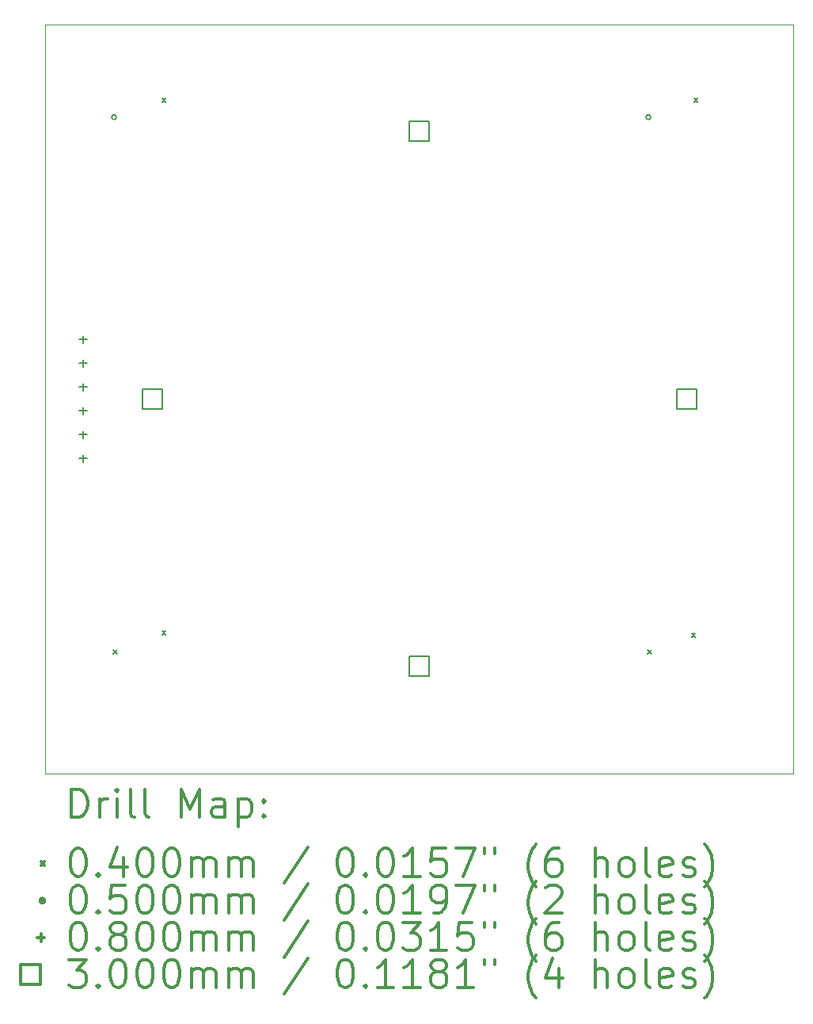
<source format=gbr>
%FSLAX45Y45*%
G04 Gerber Fmt 4.5, Leading zero omitted, Abs format (unit mm)*
G04 Created by KiCad (PCBNEW 5.1.10-88a1d61d58~88~ubuntu18.04.1) date 2021-09-30 10:19:48*
%MOMM*%
%LPD*%
G01*
G04 APERTURE LIST*
%TA.AperFunction,Profile*%
%ADD10C,0.100000*%
%TD*%
%ADD11C,0.200000*%
%ADD12C,0.300000*%
G04 APERTURE END LIST*
D10*
X10616200Y-5257800D02*
X10616200Y-13257800D01*
X2616200Y-5257800D02*
X10616200Y-5257800D01*
X2616200Y-13257800D02*
X2616200Y-5257800D01*
X10616200Y-13257800D02*
X2616200Y-13257800D01*
D11*
X3345500Y-11943400D02*
X3385500Y-11983400D01*
X3385500Y-11943400D02*
X3345500Y-11983400D01*
X3866200Y-6050600D02*
X3906200Y-6090600D01*
X3906200Y-6050600D02*
X3866200Y-6090600D01*
X3866200Y-11740200D02*
X3906200Y-11780200D01*
X3906200Y-11740200D02*
X3866200Y-11780200D01*
X9060500Y-11943400D02*
X9100500Y-11983400D01*
X9100500Y-11943400D02*
X9060500Y-11983400D01*
X9530400Y-11765600D02*
X9570400Y-11805600D01*
X9570400Y-11765600D02*
X9530400Y-11805600D01*
X9555800Y-6050600D02*
X9595800Y-6090600D01*
X9595800Y-6050600D02*
X9555800Y-6090600D01*
X3377800Y-6248400D02*
G75*
G03*
X3377800Y-6248400I-25000J0D01*
G01*
X9092800Y-6248400D02*
G75*
G03*
X9092800Y-6248400I-25000J0D01*
G01*
X3022600Y-8583300D02*
X3022600Y-8663300D01*
X2982600Y-8623300D02*
X3062600Y-8623300D01*
X3022600Y-8837300D02*
X3022600Y-8917300D01*
X2982600Y-8877300D02*
X3062600Y-8877300D01*
X3022600Y-9091300D02*
X3022600Y-9171300D01*
X2982600Y-9131300D02*
X3062600Y-9131300D01*
X3022600Y-9345300D02*
X3022600Y-9425300D01*
X2982600Y-9385300D02*
X3062600Y-9385300D01*
X3022600Y-9599300D02*
X3022600Y-9679300D01*
X2982600Y-9639300D02*
X3062600Y-9639300D01*
X3022600Y-9853300D02*
X3022600Y-9933300D01*
X2982600Y-9893300D02*
X3062600Y-9893300D01*
X3865267Y-9364367D02*
X3865267Y-9152233D01*
X3653133Y-9152233D01*
X3653133Y-9364367D01*
X3865267Y-9364367D01*
X6723767Y-6506867D02*
X6723767Y-6294733D01*
X6511633Y-6294733D01*
X6511633Y-6506867D01*
X6723767Y-6506867D01*
X6723767Y-12221867D02*
X6723767Y-12009733D01*
X6511633Y-12009733D01*
X6511633Y-12221867D01*
X6723767Y-12221867D01*
X9582267Y-9364367D02*
X9582267Y-9152233D01*
X9370133Y-9152233D01*
X9370133Y-9364367D01*
X9582267Y-9364367D01*
D12*
X2897628Y-13728514D02*
X2897628Y-13428514D01*
X2969057Y-13428514D01*
X3011914Y-13442800D01*
X3040486Y-13471371D01*
X3054771Y-13499943D01*
X3069057Y-13557086D01*
X3069057Y-13599943D01*
X3054771Y-13657086D01*
X3040486Y-13685657D01*
X3011914Y-13714229D01*
X2969057Y-13728514D01*
X2897628Y-13728514D01*
X3197628Y-13728514D02*
X3197628Y-13528514D01*
X3197628Y-13585657D02*
X3211914Y-13557086D01*
X3226200Y-13542800D01*
X3254771Y-13528514D01*
X3283343Y-13528514D01*
X3383343Y-13728514D02*
X3383343Y-13528514D01*
X3383343Y-13428514D02*
X3369057Y-13442800D01*
X3383343Y-13457086D01*
X3397628Y-13442800D01*
X3383343Y-13428514D01*
X3383343Y-13457086D01*
X3569057Y-13728514D02*
X3540486Y-13714229D01*
X3526200Y-13685657D01*
X3526200Y-13428514D01*
X3726200Y-13728514D02*
X3697628Y-13714229D01*
X3683343Y-13685657D01*
X3683343Y-13428514D01*
X4069057Y-13728514D02*
X4069057Y-13428514D01*
X4169057Y-13642800D01*
X4269057Y-13428514D01*
X4269057Y-13728514D01*
X4540486Y-13728514D02*
X4540486Y-13571371D01*
X4526200Y-13542800D01*
X4497628Y-13528514D01*
X4440486Y-13528514D01*
X4411914Y-13542800D01*
X4540486Y-13714229D02*
X4511914Y-13728514D01*
X4440486Y-13728514D01*
X4411914Y-13714229D01*
X4397628Y-13685657D01*
X4397628Y-13657086D01*
X4411914Y-13628514D01*
X4440486Y-13614229D01*
X4511914Y-13614229D01*
X4540486Y-13599943D01*
X4683343Y-13528514D02*
X4683343Y-13828514D01*
X4683343Y-13542800D02*
X4711914Y-13528514D01*
X4769057Y-13528514D01*
X4797628Y-13542800D01*
X4811914Y-13557086D01*
X4826200Y-13585657D01*
X4826200Y-13671371D01*
X4811914Y-13699943D01*
X4797628Y-13714229D01*
X4769057Y-13728514D01*
X4711914Y-13728514D01*
X4683343Y-13714229D01*
X4954771Y-13699943D02*
X4969057Y-13714229D01*
X4954771Y-13728514D01*
X4940486Y-13714229D01*
X4954771Y-13699943D01*
X4954771Y-13728514D01*
X4954771Y-13542800D02*
X4969057Y-13557086D01*
X4954771Y-13571371D01*
X4940486Y-13557086D01*
X4954771Y-13542800D01*
X4954771Y-13571371D01*
X2571200Y-14202800D02*
X2611200Y-14242800D01*
X2611200Y-14202800D02*
X2571200Y-14242800D01*
X2954771Y-14058514D02*
X2983343Y-14058514D01*
X3011914Y-14072800D01*
X3026200Y-14087086D01*
X3040486Y-14115657D01*
X3054771Y-14172800D01*
X3054771Y-14244229D01*
X3040486Y-14301371D01*
X3026200Y-14329943D01*
X3011914Y-14344229D01*
X2983343Y-14358514D01*
X2954771Y-14358514D01*
X2926200Y-14344229D01*
X2911914Y-14329943D01*
X2897628Y-14301371D01*
X2883343Y-14244229D01*
X2883343Y-14172800D01*
X2897628Y-14115657D01*
X2911914Y-14087086D01*
X2926200Y-14072800D01*
X2954771Y-14058514D01*
X3183343Y-14329943D02*
X3197628Y-14344229D01*
X3183343Y-14358514D01*
X3169057Y-14344229D01*
X3183343Y-14329943D01*
X3183343Y-14358514D01*
X3454771Y-14158514D02*
X3454771Y-14358514D01*
X3383343Y-14044229D02*
X3311914Y-14258514D01*
X3497628Y-14258514D01*
X3669057Y-14058514D02*
X3697628Y-14058514D01*
X3726200Y-14072800D01*
X3740486Y-14087086D01*
X3754771Y-14115657D01*
X3769057Y-14172800D01*
X3769057Y-14244229D01*
X3754771Y-14301371D01*
X3740486Y-14329943D01*
X3726200Y-14344229D01*
X3697628Y-14358514D01*
X3669057Y-14358514D01*
X3640486Y-14344229D01*
X3626200Y-14329943D01*
X3611914Y-14301371D01*
X3597628Y-14244229D01*
X3597628Y-14172800D01*
X3611914Y-14115657D01*
X3626200Y-14087086D01*
X3640486Y-14072800D01*
X3669057Y-14058514D01*
X3954771Y-14058514D02*
X3983343Y-14058514D01*
X4011914Y-14072800D01*
X4026200Y-14087086D01*
X4040486Y-14115657D01*
X4054771Y-14172800D01*
X4054771Y-14244229D01*
X4040486Y-14301371D01*
X4026200Y-14329943D01*
X4011914Y-14344229D01*
X3983343Y-14358514D01*
X3954771Y-14358514D01*
X3926200Y-14344229D01*
X3911914Y-14329943D01*
X3897628Y-14301371D01*
X3883343Y-14244229D01*
X3883343Y-14172800D01*
X3897628Y-14115657D01*
X3911914Y-14087086D01*
X3926200Y-14072800D01*
X3954771Y-14058514D01*
X4183343Y-14358514D02*
X4183343Y-14158514D01*
X4183343Y-14187086D02*
X4197628Y-14172800D01*
X4226200Y-14158514D01*
X4269057Y-14158514D01*
X4297628Y-14172800D01*
X4311914Y-14201371D01*
X4311914Y-14358514D01*
X4311914Y-14201371D02*
X4326200Y-14172800D01*
X4354771Y-14158514D01*
X4397628Y-14158514D01*
X4426200Y-14172800D01*
X4440486Y-14201371D01*
X4440486Y-14358514D01*
X4583343Y-14358514D02*
X4583343Y-14158514D01*
X4583343Y-14187086D02*
X4597628Y-14172800D01*
X4626200Y-14158514D01*
X4669057Y-14158514D01*
X4697628Y-14172800D01*
X4711914Y-14201371D01*
X4711914Y-14358514D01*
X4711914Y-14201371D02*
X4726200Y-14172800D01*
X4754771Y-14158514D01*
X4797628Y-14158514D01*
X4826200Y-14172800D01*
X4840486Y-14201371D01*
X4840486Y-14358514D01*
X5426200Y-14044229D02*
X5169057Y-14429943D01*
X5811914Y-14058514D02*
X5840486Y-14058514D01*
X5869057Y-14072800D01*
X5883343Y-14087086D01*
X5897628Y-14115657D01*
X5911914Y-14172800D01*
X5911914Y-14244229D01*
X5897628Y-14301371D01*
X5883343Y-14329943D01*
X5869057Y-14344229D01*
X5840486Y-14358514D01*
X5811914Y-14358514D01*
X5783343Y-14344229D01*
X5769057Y-14329943D01*
X5754771Y-14301371D01*
X5740486Y-14244229D01*
X5740486Y-14172800D01*
X5754771Y-14115657D01*
X5769057Y-14087086D01*
X5783343Y-14072800D01*
X5811914Y-14058514D01*
X6040486Y-14329943D02*
X6054771Y-14344229D01*
X6040486Y-14358514D01*
X6026200Y-14344229D01*
X6040486Y-14329943D01*
X6040486Y-14358514D01*
X6240486Y-14058514D02*
X6269057Y-14058514D01*
X6297628Y-14072800D01*
X6311914Y-14087086D01*
X6326200Y-14115657D01*
X6340486Y-14172800D01*
X6340486Y-14244229D01*
X6326200Y-14301371D01*
X6311914Y-14329943D01*
X6297628Y-14344229D01*
X6269057Y-14358514D01*
X6240486Y-14358514D01*
X6211914Y-14344229D01*
X6197628Y-14329943D01*
X6183343Y-14301371D01*
X6169057Y-14244229D01*
X6169057Y-14172800D01*
X6183343Y-14115657D01*
X6197628Y-14087086D01*
X6211914Y-14072800D01*
X6240486Y-14058514D01*
X6626200Y-14358514D02*
X6454771Y-14358514D01*
X6540486Y-14358514D02*
X6540486Y-14058514D01*
X6511914Y-14101371D01*
X6483343Y-14129943D01*
X6454771Y-14144229D01*
X6897628Y-14058514D02*
X6754771Y-14058514D01*
X6740486Y-14201371D01*
X6754771Y-14187086D01*
X6783343Y-14172800D01*
X6854771Y-14172800D01*
X6883343Y-14187086D01*
X6897628Y-14201371D01*
X6911914Y-14229943D01*
X6911914Y-14301371D01*
X6897628Y-14329943D01*
X6883343Y-14344229D01*
X6854771Y-14358514D01*
X6783343Y-14358514D01*
X6754771Y-14344229D01*
X6740486Y-14329943D01*
X7011914Y-14058514D02*
X7211914Y-14058514D01*
X7083343Y-14358514D01*
X7311914Y-14058514D02*
X7311914Y-14115657D01*
X7426200Y-14058514D02*
X7426200Y-14115657D01*
X7869057Y-14472800D02*
X7854771Y-14458514D01*
X7826200Y-14415657D01*
X7811914Y-14387086D01*
X7797628Y-14344229D01*
X7783343Y-14272800D01*
X7783343Y-14215657D01*
X7797628Y-14144229D01*
X7811914Y-14101371D01*
X7826200Y-14072800D01*
X7854771Y-14029943D01*
X7869057Y-14015657D01*
X8111914Y-14058514D02*
X8054771Y-14058514D01*
X8026200Y-14072800D01*
X8011914Y-14087086D01*
X7983343Y-14129943D01*
X7969057Y-14187086D01*
X7969057Y-14301371D01*
X7983343Y-14329943D01*
X7997628Y-14344229D01*
X8026200Y-14358514D01*
X8083343Y-14358514D01*
X8111914Y-14344229D01*
X8126200Y-14329943D01*
X8140486Y-14301371D01*
X8140486Y-14229943D01*
X8126200Y-14201371D01*
X8111914Y-14187086D01*
X8083343Y-14172800D01*
X8026200Y-14172800D01*
X7997628Y-14187086D01*
X7983343Y-14201371D01*
X7969057Y-14229943D01*
X8497628Y-14358514D02*
X8497628Y-14058514D01*
X8626200Y-14358514D02*
X8626200Y-14201371D01*
X8611914Y-14172800D01*
X8583343Y-14158514D01*
X8540486Y-14158514D01*
X8511914Y-14172800D01*
X8497628Y-14187086D01*
X8811914Y-14358514D02*
X8783343Y-14344229D01*
X8769057Y-14329943D01*
X8754771Y-14301371D01*
X8754771Y-14215657D01*
X8769057Y-14187086D01*
X8783343Y-14172800D01*
X8811914Y-14158514D01*
X8854771Y-14158514D01*
X8883343Y-14172800D01*
X8897628Y-14187086D01*
X8911914Y-14215657D01*
X8911914Y-14301371D01*
X8897628Y-14329943D01*
X8883343Y-14344229D01*
X8854771Y-14358514D01*
X8811914Y-14358514D01*
X9083343Y-14358514D02*
X9054771Y-14344229D01*
X9040486Y-14315657D01*
X9040486Y-14058514D01*
X9311914Y-14344229D02*
X9283343Y-14358514D01*
X9226200Y-14358514D01*
X9197628Y-14344229D01*
X9183343Y-14315657D01*
X9183343Y-14201371D01*
X9197628Y-14172800D01*
X9226200Y-14158514D01*
X9283343Y-14158514D01*
X9311914Y-14172800D01*
X9326200Y-14201371D01*
X9326200Y-14229943D01*
X9183343Y-14258514D01*
X9440486Y-14344229D02*
X9469057Y-14358514D01*
X9526200Y-14358514D01*
X9554771Y-14344229D01*
X9569057Y-14315657D01*
X9569057Y-14301371D01*
X9554771Y-14272800D01*
X9526200Y-14258514D01*
X9483343Y-14258514D01*
X9454771Y-14244229D01*
X9440486Y-14215657D01*
X9440486Y-14201371D01*
X9454771Y-14172800D01*
X9483343Y-14158514D01*
X9526200Y-14158514D01*
X9554771Y-14172800D01*
X9669057Y-14472800D02*
X9683343Y-14458514D01*
X9711914Y-14415657D01*
X9726200Y-14387086D01*
X9740486Y-14344229D01*
X9754771Y-14272800D01*
X9754771Y-14215657D01*
X9740486Y-14144229D01*
X9726200Y-14101371D01*
X9711914Y-14072800D01*
X9683343Y-14029943D01*
X9669057Y-14015657D01*
X2611200Y-14618800D02*
G75*
G03*
X2611200Y-14618800I-25000J0D01*
G01*
X2954771Y-14454514D02*
X2983343Y-14454514D01*
X3011914Y-14468800D01*
X3026200Y-14483086D01*
X3040486Y-14511657D01*
X3054771Y-14568800D01*
X3054771Y-14640229D01*
X3040486Y-14697371D01*
X3026200Y-14725943D01*
X3011914Y-14740229D01*
X2983343Y-14754514D01*
X2954771Y-14754514D01*
X2926200Y-14740229D01*
X2911914Y-14725943D01*
X2897628Y-14697371D01*
X2883343Y-14640229D01*
X2883343Y-14568800D01*
X2897628Y-14511657D01*
X2911914Y-14483086D01*
X2926200Y-14468800D01*
X2954771Y-14454514D01*
X3183343Y-14725943D02*
X3197628Y-14740229D01*
X3183343Y-14754514D01*
X3169057Y-14740229D01*
X3183343Y-14725943D01*
X3183343Y-14754514D01*
X3469057Y-14454514D02*
X3326200Y-14454514D01*
X3311914Y-14597371D01*
X3326200Y-14583086D01*
X3354771Y-14568800D01*
X3426200Y-14568800D01*
X3454771Y-14583086D01*
X3469057Y-14597371D01*
X3483343Y-14625943D01*
X3483343Y-14697371D01*
X3469057Y-14725943D01*
X3454771Y-14740229D01*
X3426200Y-14754514D01*
X3354771Y-14754514D01*
X3326200Y-14740229D01*
X3311914Y-14725943D01*
X3669057Y-14454514D02*
X3697628Y-14454514D01*
X3726200Y-14468800D01*
X3740486Y-14483086D01*
X3754771Y-14511657D01*
X3769057Y-14568800D01*
X3769057Y-14640229D01*
X3754771Y-14697371D01*
X3740486Y-14725943D01*
X3726200Y-14740229D01*
X3697628Y-14754514D01*
X3669057Y-14754514D01*
X3640486Y-14740229D01*
X3626200Y-14725943D01*
X3611914Y-14697371D01*
X3597628Y-14640229D01*
X3597628Y-14568800D01*
X3611914Y-14511657D01*
X3626200Y-14483086D01*
X3640486Y-14468800D01*
X3669057Y-14454514D01*
X3954771Y-14454514D02*
X3983343Y-14454514D01*
X4011914Y-14468800D01*
X4026200Y-14483086D01*
X4040486Y-14511657D01*
X4054771Y-14568800D01*
X4054771Y-14640229D01*
X4040486Y-14697371D01*
X4026200Y-14725943D01*
X4011914Y-14740229D01*
X3983343Y-14754514D01*
X3954771Y-14754514D01*
X3926200Y-14740229D01*
X3911914Y-14725943D01*
X3897628Y-14697371D01*
X3883343Y-14640229D01*
X3883343Y-14568800D01*
X3897628Y-14511657D01*
X3911914Y-14483086D01*
X3926200Y-14468800D01*
X3954771Y-14454514D01*
X4183343Y-14754514D02*
X4183343Y-14554514D01*
X4183343Y-14583086D02*
X4197628Y-14568800D01*
X4226200Y-14554514D01*
X4269057Y-14554514D01*
X4297628Y-14568800D01*
X4311914Y-14597371D01*
X4311914Y-14754514D01*
X4311914Y-14597371D02*
X4326200Y-14568800D01*
X4354771Y-14554514D01*
X4397628Y-14554514D01*
X4426200Y-14568800D01*
X4440486Y-14597371D01*
X4440486Y-14754514D01*
X4583343Y-14754514D02*
X4583343Y-14554514D01*
X4583343Y-14583086D02*
X4597628Y-14568800D01*
X4626200Y-14554514D01*
X4669057Y-14554514D01*
X4697628Y-14568800D01*
X4711914Y-14597371D01*
X4711914Y-14754514D01*
X4711914Y-14597371D02*
X4726200Y-14568800D01*
X4754771Y-14554514D01*
X4797628Y-14554514D01*
X4826200Y-14568800D01*
X4840486Y-14597371D01*
X4840486Y-14754514D01*
X5426200Y-14440229D02*
X5169057Y-14825943D01*
X5811914Y-14454514D02*
X5840486Y-14454514D01*
X5869057Y-14468800D01*
X5883343Y-14483086D01*
X5897628Y-14511657D01*
X5911914Y-14568800D01*
X5911914Y-14640229D01*
X5897628Y-14697371D01*
X5883343Y-14725943D01*
X5869057Y-14740229D01*
X5840486Y-14754514D01*
X5811914Y-14754514D01*
X5783343Y-14740229D01*
X5769057Y-14725943D01*
X5754771Y-14697371D01*
X5740486Y-14640229D01*
X5740486Y-14568800D01*
X5754771Y-14511657D01*
X5769057Y-14483086D01*
X5783343Y-14468800D01*
X5811914Y-14454514D01*
X6040486Y-14725943D02*
X6054771Y-14740229D01*
X6040486Y-14754514D01*
X6026200Y-14740229D01*
X6040486Y-14725943D01*
X6040486Y-14754514D01*
X6240486Y-14454514D02*
X6269057Y-14454514D01*
X6297628Y-14468800D01*
X6311914Y-14483086D01*
X6326200Y-14511657D01*
X6340486Y-14568800D01*
X6340486Y-14640229D01*
X6326200Y-14697371D01*
X6311914Y-14725943D01*
X6297628Y-14740229D01*
X6269057Y-14754514D01*
X6240486Y-14754514D01*
X6211914Y-14740229D01*
X6197628Y-14725943D01*
X6183343Y-14697371D01*
X6169057Y-14640229D01*
X6169057Y-14568800D01*
X6183343Y-14511657D01*
X6197628Y-14483086D01*
X6211914Y-14468800D01*
X6240486Y-14454514D01*
X6626200Y-14754514D02*
X6454771Y-14754514D01*
X6540486Y-14754514D02*
X6540486Y-14454514D01*
X6511914Y-14497371D01*
X6483343Y-14525943D01*
X6454771Y-14540229D01*
X6769057Y-14754514D02*
X6826200Y-14754514D01*
X6854771Y-14740229D01*
X6869057Y-14725943D01*
X6897628Y-14683086D01*
X6911914Y-14625943D01*
X6911914Y-14511657D01*
X6897628Y-14483086D01*
X6883343Y-14468800D01*
X6854771Y-14454514D01*
X6797628Y-14454514D01*
X6769057Y-14468800D01*
X6754771Y-14483086D01*
X6740486Y-14511657D01*
X6740486Y-14583086D01*
X6754771Y-14611657D01*
X6769057Y-14625943D01*
X6797628Y-14640229D01*
X6854771Y-14640229D01*
X6883343Y-14625943D01*
X6897628Y-14611657D01*
X6911914Y-14583086D01*
X7011914Y-14454514D02*
X7211914Y-14454514D01*
X7083343Y-14754514D01*
X7311914Y-14454514D02*
X7311914Y-14511657D01*
X7426200Y-14454514D02*
X7426200Y-14511657D01*
X7869057Y-14868800D02*
X7854771Y-14854514D01*
X7826200Y-14811657D01*
X7811914Y-14783086D01*
X7797628Y-14740229D01*
X7783343Y-14668800D01*
X7783343Y-14611657D01*
X7797628Y-14540229D01*
X7811914Y-14497371D01*
X7826200Y-14468800D01*
X7854771Y-14425943D01*
X7869057Y-14411657D01*
X7969057Y-14483086D02*
X7983343Y-14468800D01*
X8011914Y-14454514D01*
X8083343Y-14454514D01*
X8111914Y-14468800D01*
X8126200Y-14483086D01*
X8140486Y-14511657D01*
X8140486Y-14540229D01*
X8126200Y-14583086D01*
X7954771Y-14754514D01*
X8140486Y-14754514D01*
X8497628Y-14754514D02*
X8497628Y-14454514D01*
X8626200Y-14754514D02*
X8626200Y-14597371D01*
X8611914Y-14568800D01*
X8583343Y-14554514D01*
X8540486Y-14554514D01*
X8511914Y-14568800D01*
X8497628Y-14583086D01*
X8811914Y-14754514D02*
X8783343Y-14740229D01*
X8769057Y-14725943D01*
X8754771Y-14697371D01*
X8754771Y-14611657D01*
X8769057Y-14583086D01*
X8783343Y-14568800D01*
X8811914Y-14554514D01*
X8854771Y-14554514D01*
X8883343Y-14568800D01*
X8897628Y-14583086D01*
X8911914Y-14611657D01*
X8911914Y-14697371D01*
X8897628Y-14725943D01*
X8883343Y-14740229D01*
X8854771Y-14754514D01*
X8811914Y-14754514D01*
X9083343Y-14754514D02*
X9054771Y-14740229D01*
X9040486Y-14711657D01*
X9040486Y-14454514D01*
X9311914Y-14740229D02*
X9283343Y-14754514D01*
X9226200Y-14754514D01*
X9197628Y-14740229D01*
X9183343Y-14711657D01*
X9183343Y-14597371D01*
X9197628Y-14568800D01*
X9226200Y-14554514D01*
X9283343Y-14554514D01*
X9311914Y-14568800D01*
X9326200Y-14597371D01*
X9326200Y-14625943D01*
X9183343Y-14654514D01*
X9440486Y-14740229D02*
X9469057Y-14754514D01*
X9526200Y-14754514D01*
X9554771Y-14740229D01*
X9569057Y-14711657D01*
X9569057Y-14697371D01*
X9554771Y-14668800D01*
X9526200Y-14654514D01*
X9483343Y-14654514D01*
X9454771Y-14640229D01*
X9440486Y-14611657D01*
X9440486Y-14597371D01*
X9454771Y-14568800D01*
X9483343Y-14554514D01*
X9526200Y-14554514D01*
X9554771Y-14568800D01*
X9669057Y-14868800D02*
X9683343Y-14854514D01*
X9711914Y-14811657D01*
X9726200Y-14783086D01*
X9740486Y-14740229D01*
X9754771Y-14668800D01*
X9754771Y-14611657D01*
X9740486Y-14540229D01*
X9726200Y-14497371D01*
X9711914Y-14468800D01*
X9683343Y-14425943D01*
X9669057Y-14411657D01*
X2571200Y-14974800D02*
X2571200Y-15054800D01*
X2531200Y-15014800D02*
X2611200Y-15014800D01*
X2954771Y-14850514D02*
X2983343Y-14850514D01*
X3011914Y-14864800D01*
X3026200Y-14879086D01*
X3040486Y-14907657D01*
X3054771Y-14964800D01*
X3054771Y-15036229D01*
X3040486Y-15093371D01*
X3026200Y-15121943D01*
X3011914Y-15136229D01*
X2983343Y-15150514D01*
X2954771Y-15150514D01*
X2926200Y-15136229D01*
X2911914Y-15121943D01*
X2897628Y-15093371D01*
X2883343Y-15036229D01*
X2883343Y-14964800D01*
X2897628Y-14907657D01*
X2911914Y-14879086D01*
X2926200Y-14864800D01*
X2954771Y-14850514D01*
X3183343Y-15121943D02*
X3197628Y-15136229D01*
X3183343Y-15150514D01*
X3169057Y-15136229D01*
X3183343Y-15121943D01*
X3183343Y-15150514D01*
X3369057Y-14979086D02*
X3340486Y-14964800D01*
X3326200Y-14950514D01*
X3311914Y-14921943D01*
X3311914Y-14907657D01*
X3326200Y-14879086D01*
X3340486Y-14864800D01*
X3369057Y-14850514D01*
X3426200Y-14850514D01*
X3454771Y-14864800D01*
X3469057Y-14879086D01*
X3483343Y-14907657D01*
X3483343Y-14921943D01*
X3469057Y-14950514D01*
X3454771Y-14964800D01*
X3426200Y-14979086D01*
X3369057Y-14979086D01*
X3340486Y-14993371D01*
X3326200Y-15007657D01*
X3311914Y-15036229D01*
X3311914Y-15093371D01*
X3326200Y-15121943D01*
X3340486Y-15136229D01*
X3369057Y-15150514D01*
X3426200Y-15150514D01*
X3454771Y-15136229D01*
X3469057Y-15121943D01*
X3483343Y-15093371D01*
X3483343Y-15036229D01*
X3469057Y-15007657D01*
X3454771Y-14993371D01*
X3426200Y-14979086D01*
X3669057Y-14850514D02*
X3697628Y-14850514D01*
X3726200Y-14864800D01*
X3740486Y-14879086D01*
X3754771Y-14907657D01*
X3769057Y-14964800D01*
X3769057Y-15036229D01*
X3754771Y-15093371D01*
X3740486Y-15121943D01*
X3726200Y-15136229D01*
X3697628Y-15150514D01*
X3669057Y-15150514D01*
X3640486Y-15136229D01*
X3626200Y-15121943D01*
X3611914Y-15093371D01*
X3597628Y-15036229D01*
X3597628Y-14964800D01*
X3611914Y-14907657D01*
X3626200Y-14879086D01*
X3640486Y-14864800D01*
X3669057Y-14850514D01*
X3954771Y-14850514D02*
X3983343Y-14850514D01*
X4011914Y-14864800D01*
X4026200Y-14879086D01*
X4040486Y-14907657D01*
X4054771Y-14964800D01*
X4054771Y-15036229D01*
X4040486Y-15093371D01*
X4026200Y-15121943D01*
X4011914Y-15136229D01*
X3983343Y-15150514D01*
X3954771Y-15150514D01*
X3926200Y-15136229D01*
X3911914Y-15121943D01*
X3897628Y-15093371D01*
X3883343Y-15036229D01*
X3883343Y-14964800D01*
X3897628Y-14907657D01*
X3911914Y-14879086D01*
X3926200Y-14864800D01*
X3954771Y-14850514D01*
X4183343Y-15150514D02*
X4183343Y-14950514D01*
X4183343Y-14979086D02*
X4197628Y-14964800D01*
X4226200Y-14950514D01*
X4269057Y-14950514D01*
X4297628Y-14964800D01*
X4311914Y-14993371D01*
X4311914Y-15150514D01*
X4311914Y-14993371D02*
X4326200Y-14964800D01*
X4354771Y-14950514D01*
X4397628Y-14950514D01*
X4426200Y-14964800D01*
X4440486Y-14993371D01*
X4440486Y-15150514D01*
X4583343Y-15150514D02*
X4583343Y-14950514D01*
X4583343Y-14979086D02*
X4597628Y-14964800D01*
X4626200Y-14950514D01*
X4669057Y-14950514D01*
X4697628Y-14964800D01*
X4711914Y-14993371D01*
X4711914Y-15150514D01*
X4711914Y-14993371D02*
X4726200Y-14964800D01*
X4754771Y-14950514D01*
X4797628Y-14950514D01*
X4826200Y-14964800D01*
X4840486Y-14993371D01*
X4840486Y-15150514D01*
X5426200Y-14836229D02*
X5169057Y-15221943D01*
X5811914Y-14850514D02*
X5840486Y-14850514D01*
X5869057Y-14864800D01*
X5883343Y-14879086D01*
X5897628Y-14907657D01*
X5911914Y-14964800D01*
X5911914Y-15036229D01*
X5897628Y-15093371D01*
X5883343Y-15121943D01*
X5869057Y-15136229D01*
X5840486Y-15150514D01*
X5811914Y-15150514D01*
X5783343Y-15136229D01*
X5769057Y-15121943D01*
X5754771Y-15093371D01*
X5740486Y-15036229D01*
X5740486Y-14964800D01*
X5754771Y-14907657D01*
X5769057Y-14879086D01*
X5783343Y-14864800D01*
X5811914Y-14850514D01*
X6040486Y-15121943D02*
X6054771Y-15136229D01*
X6040486Y-15150514D01*
X6026200Y-15136229D01*
X6040486Y-15121943D01*
X6040486Y-15150514D01*
X6240486Y-14850514D02*
X6269057Y-14850514D01*
X6297628Y-14864800D01*
X6311914Y-14879086D01*
X6326200Y-14907657D01*
X6340486Y-14964800D01*
X6340486Y-15036229D01*
X6326200Y-15093371D01*
X6311914Y-15121943D01*
X6297628Y-15136229D01*
X6269057Y-15150514D01*
X6240486Y-15150514D01*
X6211914Y-15136229D01*
X6197628Y-15121943D01*
X6183343Y-15093371D01*
X6169057Y-15036229D01*
X6169057Y-14964800D01*
X6183343Y-14907657D01*
X6197628Y-14879086D01*
X6211914Y-14864800D01*
X6240486Y-14850514D01*
X6440486Y-14850514D02*
X6626200Y-14850514D01*
X6526200Y-14964800D01*
X6569057Y-14964800D01*
X6597628Y-14979086D01*
X6611914Y-14993371D01*
X6626200Y-15021943D01*
X6626200Y-15093371D01*
X6611914Y-15121943D01*
X6597628Y-15136229D01*
X6569057Y-15150514D01*
X6483343Y-15150514D01*
X6454771Y-15136229D01*
X6440486Y-15121943D01*
X6911914Y-15150514D02*
X6740486Y-15150514D01*
X6826200Y-15150514D02*
X6826200Y-14850514D01*
X6797628Y-14893371D01*
X6769057Y-14921943D01*
X6740486Y-14936229D01*
X7183343Y-14850514D02*
X7040486Y-14850514D01*
X7026200Y-14993371D01*
X7040486Y-14979086D01*
X7069057Y-14964800D01*
X7140486Y-14964800D01*
X7169057Y-14979086D01*
X7183343Y-14993371D01*
X7197628Y-15021943D01*
X7197628Y-15093371D01*
X7183343Y-15121943D01*
X7169057Y-15136229D01*
X7140486Y-15150514D01*
X7069057Y-15150514D01*
X7040486Y-15136229D01*
X7026200Y-15121943D01*
X7311914Y-14850514D02*
X7311914Y-14907657D01*
X7426200Y-14850514D02*
X7426200Y-14907657D01*
X7869057Y-15264800D02*
X7854771Y-15250514D01*
X7826200Y-15207657D01*
X7811914Y-15179086D01*
X7797628Y-15136229D01*
X7783343Y-15064800D01*
X7783343Y-15007657D01*
X7797628Y-14936229D01*
X7811914Y-14893371D01*
X7826200Y-14864800D01*
X7854771Y-14821943D01*
X7869057Y-14807657D01*
X8111914Y-14850514D02*
X8054771Y-14850514D01*
X8026200Y-14864800D01*
X8011914Y-14879086D01*
X7983343Y-14921943D01*
X7969057Y-14979086D01*
X7969057Y-15093371D01*
X7983343Y-15121943D01*
X7997628Y-15136229D01*
X8026200Y-15150514D01*
X8083343Y-15150514D01*
X8111914Y-15136229D01*
X8126200Y-15121943D01*
X8140486Y-15093371D01*
X8140486Y-15021943D01*
X8126200Y-14993371D01*
X8111914Y-14979086D01*
X8083343Y-14964800D01*
X8026200Y-14964800D01*
X7997628Y-14979086D01*
X7983343Y-14993371D01*
X7969057Y-15021943D01*
X8497628Y-15150514D02*
X8497628Y-14850514D01*
X8626200Y-15150514D02*
X8626200Y-14993371D01*
X8611914Y-14964800D01*
X8583343Y-14950514D01*
X8540486Y-14950514D01*
X8511914Y-14964800D01*
X8497628Y-14979086D01*
X8811914Y-15150514D02*
X8783343Y-15136229D01*
X8769057Y-15121943D01*
X8754771Y-15093371D01*
X8754771Y-15007657D01*
X8769057Y-14979086D01*
X8783343Y-14964800D01*
X8811914Y-14950514D01*
X8854771Y-14950514D01*
X8883343Y-14964800D01*
X8897628Y-14979086D01*
X8911914Y-15007657D01*
X8911914Y-15093371D01*
X8897628Y-15121943D01*
X8883343Y-15136229D01*
X8854771Y-15150514D01*
X8811914Y-15150514D01*
X9083343Y-15150514D02*
X9054771Y-15136229D01*
X9040486Y-15107657D01*
X9040486Y-14850514D01*
X9311914Y-15136229D02*
X9283343Y-15150514D01*
X9226200Y-15150514D01*
X9197628Y-15136229D01*
X9183343Y-15107657D01*
X9183343Y-14993371D01*
X9197628Y-14964800D01*
X9226200Y-14950514D01*
X9283343Y-14950514D01*
X9311914Y-14964800D01*
X9326200Y-14993371D01*
X9326200Y-15021943D01*
X9183343Y-15050514D01*
X9440486Y-15136229D02*
X9469057Y-15150514D01*
X9526200Y-15150514D01*
X9554771Y-15136229D01*
X9569057Y-15107657D01*
X9569057Y-15093371D01*
X9554771Y-15064800D01*
X9526200Y-15050514D01*
X9483343Y-15050514D01*
X9454771Y-15036229D01*
X9440486Y-15007657D01*
X9440486Y-14993371D01*
X9454771Y-14964800D01*
X9483343Y-14950514D01*
X9526200Y-14950514D01*
X9554771Y-14964800D01*
X9669057Y-15264800D02*
X9683343Y-15250514D01*
X9711914Y-15207657D01*
X9726200Y-15179086D01*
X9740486Y-15136229D01*
X9754771Y-15064800D01*
X9754771Y-15007657D01*
X9740486Y-14936229D01*
X9726200Y-14893371D01*
X9711914Y-14864800D01*
X9683343Y-14821943D01*
X9669057Y-14807657D01*
X2567267Y-15516867D02*
X2567267Y-15304733D01*
X2355133Y-15304733D01*
X2355133Y-15516867D01*
X2567267Y-15516867D01*
X2869057Y-15246514D02*
X3054771Y-15246514D01*
X2954771Y-15360800D01*
X2997628Y-15360800D01*
X3026200Y-15375086D01*
X3040486Y-15389371D01*
X3054771Y-15417943D01*
X3054771Y-15489371D01*
X3040486Y-15517943D01*
X3026200Y-15532229D01*
X2997628Y-15546514D01*
X2911914Y-15546514D01*
X2883343Y-15532229D01*
X2869057Y-15517943D01*
X3183343Y-15517943D02*
X3197628Y-15532229D01*
X3183343Y-15546514D01*
X3169057Y-15532229D01*
X3183343Y-15517943D01*
X3183343Y-15546514D01*
X3383343Y-15246514D02*
X3411914Y-15246514D01*
X3440486Y-15260800D01*
X3454771Y-15275086D01*
X3469057Y-15303657D01*
X3483343Y-15360800D01*
X3483343Y-15432229D01*
X3469057Y-15489371D01*
X3454771Y-15517943D01*
X3440486Y-15532229D01*
X3411914Y-15546514D01*
X3383343Y-15546514D01*
X3354771Y-15532229D01*
X3340486Y-15517943D01*
X3326200Y-15489371D01*
X3311914Y-15432229D01*
X3311914Y-15360800D01*
X3326200Y-15303657D01*
X3340486Y-15275086D01*
X3354771Y-15260800D01*
X3383343Y-15246514D01*
X3669057Y-15246514D02*
X3697628Y-15246514D01*
X3726200Y-15260800D01*
X3740486Y-15275086D01*
X3754771Y-15303657D01*
X3769057Y-15360800D01*
X3769057Y-15432229D01*
X3754771Y-15489371D01*
X3740486Y-15517943D01*
X3726200Y-15532229D01*
X3697628Y-15546514D01*
X3669057Y-15546514D01*
X3640486Y-15532229D01*
X3626200Y-15517943D01*
X3611914Y-15489371D01*
X3597628Y-15432229D01*
X3597628Y-15360800D01*
X3611914Y-15303657D01*
X3626200Y-15275086D01*
X3640486Y-15260800D01*
X3669057Y-15246514D01*
X3954771Y-15246514D02*
X3983343Y-15246514D01*
X4011914Y-15260800D01*
X4026200Y-15275086D01*
X4040486Y-15303657D01*
X4054771Y-15360800D01*
X4054771Y-15432229D01*
X4040486Y-15489371D01*
X4026200Y-15517943D01*
X4011914Y-15532229D01*
X3983343Y-15546514D01*
X3954771Y-15546514D01*
X3926200Y-15532229D01*
X3911914Y-15517943D01*
X3897628Y-15489371D01*
X3883343Y-15432229D01*
X3883343Y-15360800D01*
X3897628Y-15303657D01*
X3911914Y-15275086D01*
X3926200Y-15260800D01*
X3954771Y-15246514D01*
X4183343Y-15546514D02*
X4183343Y-15346514D01*
X4183343Y-15375086D02*
X4197628Y-15360800D01*
X4226200Y-15346514D01*
X4269057Y-15346514D01*
X4297628Y-15360800D01*
X4311914Y-15389371D01*
X4311914Y-15546514D01*
X4311914Y-15389371D02*
X4326200Y-15360800D01*
X4354771Y-15346514D01*
X4397628Y-15346514D01*
X4426200Y-15360800D01*
X4440486Y-15389371D01*
X4440486Y-15546514D01*
X4583343Y-15546514D02*
X4583343Y-15346514D01*
X4583343Y-15375086D02*
X4597628Y-15360800D01*
X4626200Y-15346514D01*
X4669057Y-15346514D01*
X4697628Y-15360800D01*
X4711914Y-15389371D01*
X4711914Y-15546514D01*
X4711914Y-15389371D02*
X4726200Y-15360800D01*
X4754771Y-15346514D01*
X4797628Y-15346514D01*
X4826200Y-15360800D01*
X4840486Y-15389371D01*
X4840486Y-15546514D01*
X5426200Y-15232229D02*
X5169057Y-15617943D01*
X5811914Y-15246514D02*
X5840486Y-15246514D01*
X5869057Y-15260800D01*
X5883343Y-15275086D01*
X5897628Y-15303657D01*
X5911914Y-15360800D01*
X5911914Y-15432229D01*
X5897628Y-15489371D01*
X5883343Y-15517943D01*
X5869057Y-15532229D01*
X5840486Y-15546514D01*
X5811914Y-15546514D01*
X5783343Y-15532229D01*
X5769057Y-15517943D01*
X5754771Y-15489371D01*
X5740486Y-15432229D01*
X5740486Y-15360800D01*
X5754771Y-15303657D01*
X5769057Y-15275086D01*
X5783343Y-15260800D01*
X5811914Y-15246514D01*
X6040486Y-15517943D02*
X6054771Y-15532229D01*
X6040486Y-15546514D01*
X6026200Y-15532229D01*
X6040486Y-15517943D01*
X6040486Y-15546514D01*
X6340486Y-15546514D02*
X6169057Y-15546514D01*
X6254771Y-15546514D02*
X6254771Y-15246514D01*
X6226200Y-15289371D01*
X6197628Y-15317943D01*
X6169057Y-15332229D01*
X6626200Y-15546514D02*
X6454771Y-15546514D01*
X6540486Y-15546514D02*
X6540486Y-15246514D01*
X6511914Y-15289371D01*
X6483343Y-15317943D01*
X6454771Y-15332229D01*
X6797628Y-15375086D02*
X6769057Y-15360800D01*
X6754771Y-15346514D01*
X6740486Y-15317943D01*
X6740486Y-15303657D01*
X6754771Y-15275086D01*
X6769057Y-15260800D01*
X6797628Y-15246514D01*
X6854771Y-15246514D01*
X6883343Y-15260800D01*
X6897628Y-15275086D01*
X6911914Y-15303657D01*
X6911914Y-15317943D01*
X6897628Y-15346514D01*
X6883343Y-15360800D01*
X6854771Y-15375086D01*
X6797628Y-15375086D01*
X6769057Y-15389371D01*
X6754771Y-15403657D01*
X6740486Y-15432229D01*
X6740486Y-15489371D01*
X6754771Y-15517943D01*
X6769057Y-15532229D01*
X6797628Y-15546514D01*
X6854771Y-15546514D01*
X6883343Y-15532229D01*
X6897628Y-15517943D01*
X6911914Y-15489371D01*
X6911914Y-15432229D01*
X6897628Y-15403657D01*
X6883343Y-15389371D01*
X6854771Y-15375086D01*
X7197628Y-15546514D02*
X7026200Y-15546514D01*
X7111914Y-15546514D02*
X7111914Y-15246514D01*
X7083343Y-15289371D01*
X7054771Y-15317943D01*
X7026200Y-15332229D01*
X7311914Y-15246514D02*
X7311914Y-15303657D01*
X7426200Y-15246514D02*
X7426200Y-15303657D01*
X7869057Y-15660800D02*
X7854771Y-15646514D01*
X7826200Y-15603657D01*
X7811914Y-15575086D01*
X7797628Y-15532229D01*
X7783343Y-15460800D01*
X7783343Y-15403657D01*
X7797628Y-15332229D01*
X7811914Y-15289371D01*
X7826200Y-15260800D01*
X7854771Y-15217943D01*
X7869057Y-15203657D01*
X8111914Y-15346514D02*
X8111914Y-15546514D01*
X8040486Y-15232229D02*
X7969057Y-15446514D01*
X8154771Y-15446514D01*
X8497628Y-15546514D02*
X8497628Y-15246514D01*
X8626200Y-15546514D02*
X8626200Y-15389371D01*
X8611914Y-15360800D01*
X8583343Y-15346514D01*
X8540486Y-15346514D01*
X8511914Y-15360800D01*
X8497628Y-15375086D01*
X8811914Y-15546514D02*
X8783343Y-15532229D01*
X8769057Y-15517943D01*
X8754771Y-15489371D01*
X8754771Y-15403657D01*
X8769057Y-15375086D01*
X8783343Y-15360800D01*
X8811914Y-15346514D01*
X8854771Y-15346514D01*
X8883343Y-15360800D01*
X8897628Y-15375086D01*
X8911914Y-15403657D01*
X8911914Y-15489371D01*
X8897628Y-15517943D01*
X8883343Y-15532229D01*
X8854771Y-15546514D01*
X8811914Y-15546514D01*
X9083343Y-15546514D02*
X9054771Y-15532229D01*
X9040486Y-15503657D01*
X9040486Y-15246514D01*
X9311914Y-15532229D02*
X9283343Y-15546514D01*
X9226200Y-15546514D01*
X9197628Y-15532229D01*
X9183343Y-15503657D01*
X9183343Y-15389371D01*
X9197628Y-15360800D01*
X9226200Y-15346514D01*
X9283343Y-15346514D01*
X9311914Y-15360800D01*
X9326200Y-15389371D01*
X9326200Y-15417943D01*
X9183343Y-15446514D01*
X9440486Y-15532229D02*
X9469057Y-15546514D01*
X9526200Y-15546514D01*
X9554771Y-15532229D01*
X9569057Y-15503657D01*
X9569057Y-15489371D01*
X9554771Y-15460800D01*
X9526200Y-15446514D01*
X9483343Y-15446514D01*
X9454771Y-15432229D01*
X9440486Y-15403657D01*
X9440486Y-15389371D01*
X9454771Y-15360800D01*
X9483343Y-15346514D01*
X9526200Y-15346514D01*
X9554771Y-15360800D01*
X9669057Y-15660800D02*
X9683343Y-15646514D01*
X9711914Y-15603657D01*
X9726200Y-15575086D01*
X9740486Y-15532229D01*
X9754771Y-15460800D01*
X9754771Y-15403657D01*
X9740486Y-15332229D01*
X9726200Y-15289371D01*
X9711914Y-15260800D01*
X9683343Y-15217943D01*
X9669057Y-15203657D01*
M02*

</source>
